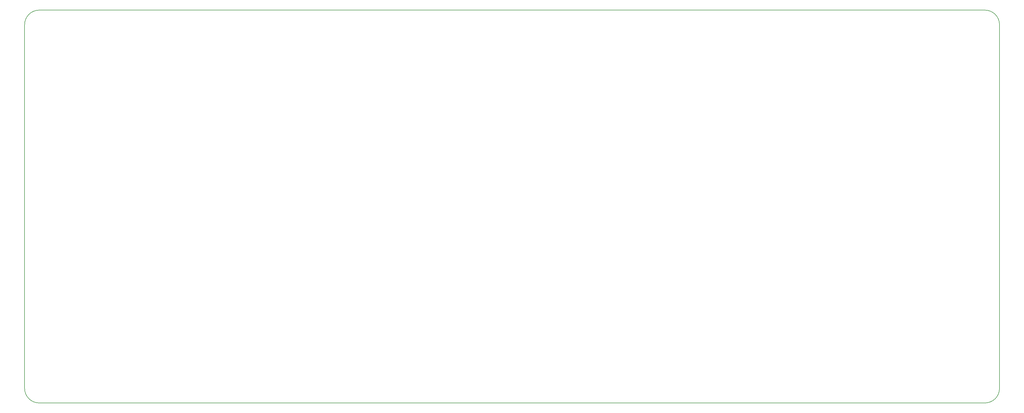
<source format=gm1>
G04 #@! TF.GenerationSoftware,KiCad,Pcbnew,(6.0.0-0)*
G04 #@! TF.CreationDate,2022-10-17T22:47:06+02:00*
G04 #@! TF.ProjectId,lagom_base,6c61676f-6d5f-4626-9173-652e6b696361,rev?*
G04 #@! TF.SameCoordinates,Original*
G04 #@! TF.FileFunction,Profile,NP*
%FSLAX46Y46*%
G04 Gerber Fmt 4.6, Leading zero omitted, Abs format (unit mm)*
G04 Created by KiCad (PCBNEW (6.0.0-0)) date 2022-10-17 22:47:06*
%MOMM*%
%LPD*%
G01*
G04 APERTURE LIST*
G04 #@! TA.AperFunction,Profile*
%ADD10C,0.150000*%
G04 #@! TD*
G04 APERTURE END LIST*
D10*
X367675000Y-186225000D02*
X367675000Y-66850000D01*
X52525000Y-62075000D02*
G75*
G03*
X47750000Y-66850000I0J-4775000D01*
G01*
X47750000Y-186225000D02*
G75*
G03*
X52525000Y-191000000I4775000J0D01*
G01*
X362900000Y-62075000D02*
X52525000Y-62075000D01*
X367675000Y-66850000D02*
G75*
G03*
X362900000Y-62075000I-4775000J0D01*
G01*
X52525000Y-191000000D02*
X362900000Y-191000000D01*
X47750000Y-66850000D02*
X47750000Y-186225000D01*
X362900000Y-191000000D02*
G75*
G03*
X367675000Y-186225000I0J4775000D01*
G01*
M02*

</source>
